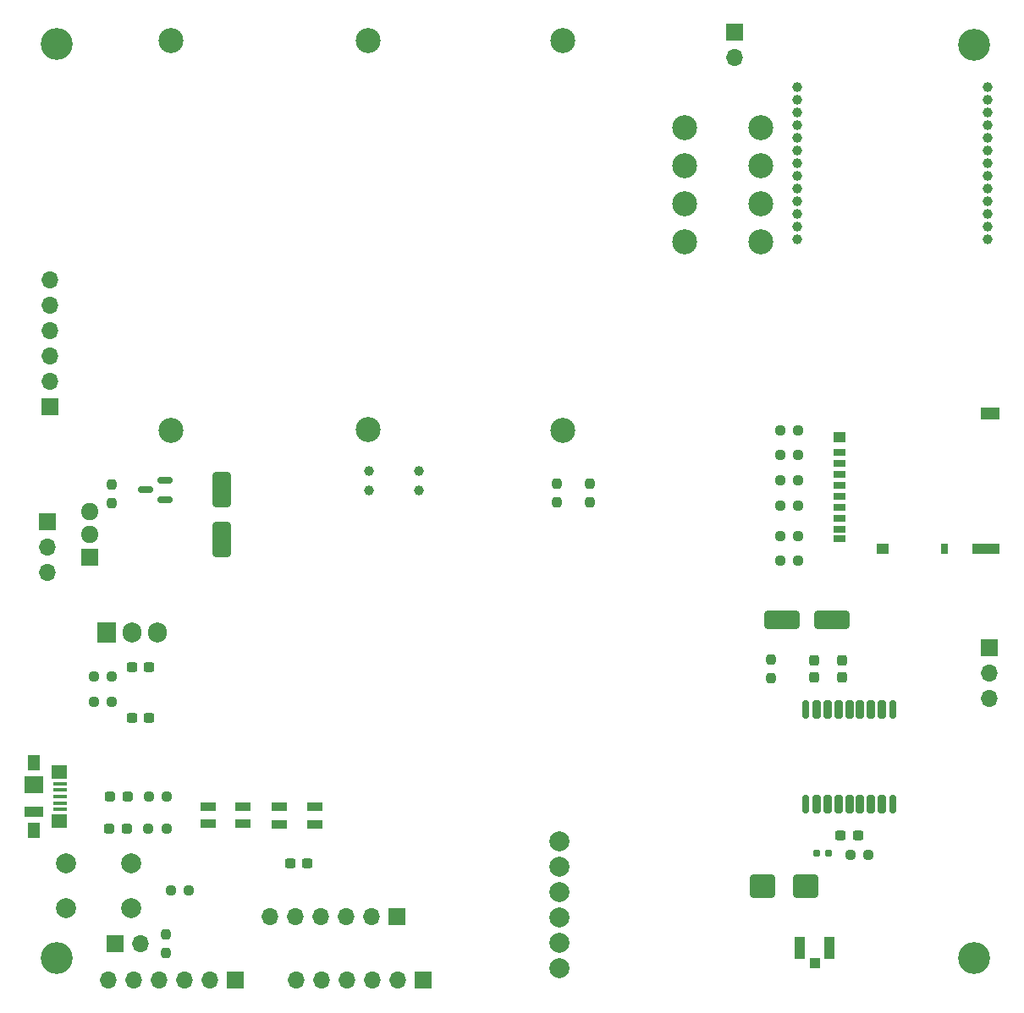
<source format=gbr>
%TF.GenerationSoftware,KiCad,Pcbnew,7.0.6*%
%TF.CreationDate,2024-04-20T19:15:45+09:00*%
%TF.ProjectId,balloon,62616c6c-6f6f-46e2-9e6b-696361645f70,rev?*%
%TF.SameCoordinates,Original*%
%TF.FileFunction,Soldermask,Top*%
%TF.FilePolarity,Negative*%
%FSLAX46Y46*%
G04 Gerber Fmt 4.6, Leading zero omitted, Abs format (unit mm)*
G04 Created by KiCad (PCBNEW 7.0.6) date 2024-04-20 19:15:45*
%MOMM*%
%LPD*%
G01*
G04 APERTURE LIST*
G04 Aperture macros list*
%AMRoundRect*
0 Rectangle with rounded corners*
0 $1 Rounding radius*
0 $2 $3 $4 $5 $6 $7 $8 $9 X,Y pos of 4 corners*
0 Add a 4 corners polygon primitive as box body*
4,1,4,$2,$3,$4,$5,$6,$7,$8,$9,$2,$3,0*
0 Add four circle primitives for the rounded corners*
1,1,$1+$1,$2,$3*
1,1,$1+$1,$4,$5*
1,1,$1+$1,$6,$7*
1,1,$1+$1,$8,$9*
0 Add four rect primitives between the rounded corners*
20,1,$1+$1,$2,$3,$4,$5,0*
20,1,$1+$1,$4,$5,$6,$7,0*
20,1,$1+$1,$6,$7,$8,$9,0*
20,1,$1+$1,$8,$9,$2,$3,0*%
G04 Aperture macros list end*
%ADD10R,1.700000X1.700000*%
%ADD11O,1.700000X1.700000*%
%ADD12C,2.000000*%
%ADD13RoundRect,0.237500X0.287500X0.237500X-0.287500X0.237500X-0.287500X-0.237500X0.287500X-0.237500X0*%
%ADD14C,1.000000*%
%ADD15R,1.200000X0.700000*%
%ADD16R,0.800000X1.000000*%
%ADD17R,1.200000X1.000000*%
%ADD18R,2.800000X1.000000*%
%ADD19R,1.900000X1.300000*%
%ADD20RoundRect,0.150000X0.587500X0.150000X-0.587500X0.150000X-0.587500X-0.150000X0.587500X-0.150000X0*%
%ADD21C,2.500000*%
%ADD22RoundRect,0.237500X-0.250000X-0.237500X0.250000X-0.237500X0.250000X0.237500X-0.250000X0.237500X0*%
%ADD23RoundRect,0.250000X0.650000X-1.500000X0.650000X1.500000X-0.650000X1.500000X-0.650000X-1.500000X0*%
%ADD24RoundRect,0.237500X0.300000X0.237500X-0.300000X0.237500X-0.300000X-0.237500X0.300000X-0.237500X0*%
%ADD25RoundRect,0.237500X0.237500X-0.250000X0.237500X0.250000X-0.237500X0.250000X-0.237500X-0.250000X0*%
%ADD26C,3.200000*%
%ADD27RoundRect,0.175000X-0.175000X0.725000X-0.175000X-0.725000X0.175000X-0.725000X0.175000X0.725000X0*%
%ADD28RoundRect,0.200000X-0.200000X0.700000X-0.200000X-0.700000X0.200000X-0.700000X0.200000X0.700000X0*%
%ADD29RoundRect,0.160000X0.197500X0.160000X-0.197500X0.160000X-0.197500X-0.160000X0.197500X-0.160000X0*%
%ADD30RoundRect,0.237500X-0.300000X-0.237500X0.300000X-0.237500X0.300000X0.237500X-0.300000X0.237500X0*%
%ADD31R,1.600000X0.850000*%
%ADD32RoundRect,0.237500X0.250000X0.237500X-0.250000X0.237500X-0.250000X-0.237500X0.250000X-0.237500X0*%
%ADD33RoundRect,0.250000X1.500000X0.650000X-1.500000X0.650000X-1.500000X-0.650000X1.500000X-0.650000X0*%
%ADD34R,1.905000X2.000000*%
%ADD35O,1.905000X2.000000*%
%ADD36RoundRect,0.237500X0.237500X-0.300000X0.237500X0.300000X-0.237500X0.300000X-0.237500X-0.300000X0*%
%ADD37RoundRect,0.237500X-0.237500X0.250000X-0.237500X-0.250000X0.237500X-0.250000X0.237500X0.250000X0*%
%ADD38RoundRect,0.250000X-1.000000X-0.900000X1.000000X-0.900000X1.000000X0.900000X-1.000000X0.900000X0*%
%ADD39R,1.380000X0.450000*%
%ADD40R,1.300000X1.650000*%
%ADD41R,1.550000X1.425000*%
%ADD42R,1.900000X1.800000*%
%ADD43R,1.900000X1.000000*%
%ADD44R,1.800000X1.714500*%
%ADD45O,1.800000X1.714500*%
%ADD46R,1.000000X1.050000*%
%ADD47R,1.050000X2.200000*%
G04 APERTURE END LIST*
D10*
%TO.C,J10*%
X121100000Y-110420000D03*
D11*
X121100000Y-112960000D03*
X121100000Y-115500000D03*
%TD*%
D12*
%TO.C,SW1*%
X28752800Y-131978400D03*
X35252800Y-131978400D03*
X28752800Y-136478400D03*
X35252800Y-136478400D03*
%TD*%
D13*
%TO.C,D3*%
X34840900Y-128482500D03*
X33090900Y-128482500D03*
%TD*%
D14*
%TO.C,Y2*%
X64040900Y-94632500D03*
X64040900Y-92732500D03*
%TD*%
D15*
%TO.C,J6*%
X106110000Y-90855000D03*
X106110000Y-91955000D03*
X106110000Y-93055000D03*
X106110000Y-94155000D03*
X106110000Y-95255000D03*
X106110000Y-96355000D03*
X106110000Y-97455000D03*
X106110000Y-98555000D03*
X106110000Y-99505000D03*
D16*
X116610000Y-100455000D03*
D17*
X110410000Y-100455000D03*
D18*
X120760000Y-100455000D03*
D17*
X106110000Y-89305000D03*
D19*
X121210000Y-86955000D03*
%TD*%
D14*
%TO.C,Y1*%
X59090900Y-94632500D03*
X59090900Y-92732500D03*
%TD*%
D20*
%TO.C,Q1*%
X38615900Y-95532500D03*
X38615900Y-93632500D03*
X36740900Y-94582500D03*
%TD*%
D21*
%TO.C,BT1*%
X39266800Y-88589600D03*
X39266800Y-49589600D03*
%TD*%
D22*
%TO.C,FB3*%
X100187500Y-93620000D03*
X102012500Y-93620000D03*
%TD*%
D23*
%TO.C,D5*%
X44340900Y-99582500D03*
X44340900Y-94582500D03*
%TD*%
D21*
%TO.C,U4*%
X90600000Y-58300000D03*
X90600000Y-62110000D03*
X90600000Y-65920000D03*
X90600000Y-69730000D03*
X98220000Y-69730000D03*
X98220000Y-65920000D03*
X98220000Y-62110000D03*
X98220000Y-58300000D03*
%TD*%
D14*
%TO.C,U6*%
X120950000Y-69520000D03*
X120950000Y-68250000D03*
X120950000Y-66980000D03*
X120950000Y-65710000D03*
X120950000Y-64440000D03*
X120950000Y-63170000D03*
X120950000Y-61900000D03*
X120950000Y-60630000D03*
X120950000Y-59360000D03*
X120950000Y-58090000D03*
X120950000Y-56820000D03*
X120950000Y-55550000D03*
X120950000Y-54280000D03*
X101900000Y-54280000D03*
X101900000Y-55550000D03*
X101900000Y-56820000D03*
X101900000Y-58090000D03*
X101900000Y-59360000D03*
X101900000Y-60630000D03*
X101900000Y-61900000D03*
X101900000Y-63170000D03*
X101900000Y-64440000D03*
X101900000Y-65710000D03*
X101900000Y-66980000D03*
X101900000Y-68250000D03*
X101900000Y-69520000D03*
%TD*%
D24*
%TO.C,C18*%
X37040900Y-117382500D03*
X35315900Y-117382500D03*
%TD*%
D25*
%TO.C,R1*%
X81140900Y-95795000D03*
X81140900Y-93970000D03*
%TD*%
D10*
%TO.C,J4*%
X33629600Y-140004800D03*
D11*
X36169600Y-140004800D03*
%TD*%
D26*
%TO.C,H3*%
X119600000Y-50000000D03*
%TD*%
D22*
%TO.C,R4*%
X39228400Y-134682500D03*
X41053400Y-134682500D03*
%TD*%
D27*
%TO.C,U11*%
X111500000Y-116550000D03*
D28*
X110400000Y-116550000D03*
X109300000Y-116550000D03*
X108200000Y-116550000D03*
X107100000Y-116550000D03*
X106000000Y-116550000D03*
X104900000Y-116550000D03*
X103800000Y-116550000D03*
D27*
X102700000Y-116550000D03*
X102700000Y-126050000D03*
D28*
X103800000Y-126050000D03*
X104900000Y-126050000D03*
X106000000Y-126050000D03*
X107100000Y-126050000D03*
X108200000Y-126050000D03*
X109300000Y-126050000D03*
X110400000Y-126050000D03*
D27*
X111500000Y-126050000D03*
%TD*%
D10*
%TO.C,J7*%
X45640000Y-143700000D03*
D11*
X43100000Y-143700000D03*
X40560000Y-143700000D03*
X38020000Y-143700000D03*
X35480000Y-143700000D03*
X32940000Y-143700000D03*
%TD*%
D22*
%TO.C,R32*%
X37003400Y-125282500D03*
X38828400Y-125282500D03*
%TD*%
D10*
%TO.C,J8*%
X95631000Y-48768000D03*
D11*
X95631000Y-51308000D03*
%TD*%
D29*
%TO.C,L1*%
X104997500Y-131000000D03*
X103802500Y-131000000D03*
%TD*%
D30*
%TO.C,C21*%
X106237500Y-129200000D03*
X107962500Y-129200000D03*
%TD*%
D22*
%TO.C,R31*%
X36953400Y-128482500D03*
X38778400Y-128482500D03*
%TD*%
D31*
%TO.C,D2*%
X42940900Y-126282500D03*
X42940900Y-128032500D03*
X46440900Y-128032500D03*
X46440900Y-126282500D03*
%TD*%
D22*
%TO.C,FB5*%
X100187500Y-99190000D03*
X102012500Y-99190000D03*
%TD*%
D32*
%TO.C,R35*%
X109012500Y-131100000D03*
X107187500Y-131100000D03*
%TD*%
D31*
%TO.C,D1*%
X50090900Y-126307500D03*
X50090900Y-128057500D03*
X53590900Y-128057500D03*
X53590900Y-126307500D03*
%TD*%
D21*
%TO.C,BT3*%
X78459000Y-88589600D03*
X78459000Y-49589600D03*
%TD*%
D22*
%TO.C,FB1*%
X100187500Y-88600000D03*
X102012500Y-88600000D03*
%TD*%
D10*
%TO.C,SW2*%
X26840900Y-97782500D03*
D11*
X26840900Y-100322500D03*
X26840900Y-102862500D03*
%TD*%
D22*
%TO.C,FB6*%
X100187500Y-101700000D03*
X102012500Y-101700000D03*
%TD*%
D21*
%TO.C,BT2*%
X58955000Y-49586400D03*
X58955000Y-88586400D03*
%TD*%
D12*
%TO.C,U3*%
X78090000Y-129750000D03*
X78090000Y-132290000D03*
X78090000Y-134830000D03*
X78090000Y-137370000D03*
X78090000Y-139910000D03*
X78090000Y-142450000D03*
%TD*%
D22*
%TO.C,FB4*%
X100187500Y-96130000D03*
X102012500Y-96130000D03*
%TD*%
D33*
%TO.C,D7*%
X105380000Y-107600000D03*
X100380000Y-107600000D03*
%TD*%
D34*
%TO.C,U7*%
X32800900Y-108827500D03*
D35*
X35340900Y-108827500D03*
X37880900Y-108827500D03*
%TD*%
D10*
%TO.C,J2*%
X61850000Y-137300000D03*
D11*
X59310000Y-137300000D03*
X56770000Y-137300000D03*
X54230000Y-137300000D03*
X51690000Y-137300000D03*
X49150000Y-137300000D03*
%TD*%
D26*
%TO.C,H2*%
X27800000Y-141500000D03*
%TD*%
D22*
%TO.C,R33*%
X31515900Y-113282500D03*
X33340900Y-113282500D03*
%TD*%
D26*
%TO.C,H1*%
X27800000Y-49900000D03*
%TD*%
D36*
%TO.C,C22*%
X103580000Y-113362500D03*
X103580000Y-111637500D03*
%TD*%
D30*
%TO.C,C2*%
X51137500Y-132000000D03*
X52862500Y-132000000D03*
%TD*%
D24*
%TO.C,C20*%
X37040900Y-112362500D03*
X35315900Y-112362500D03*
%TD*%
D26*
%TO.C,H4*%
X119600000Y-141500000D03*
%TD*%
D13*
%TO.C,D4*%
X34890900Y-125282500D03*
X33140900Y-125282500D03*
%TD*%
D10*
%TO.C,J3*%
X64440000Y-143700000D03*
D11*
X61900000Y-143700000D03*
X59360000Y-143700000D03*
X56820000Y-143700000D03*
X54280000Y-143700000D03*
X51740000Y-143700000D03*
%TD*%
D37*
%TO.C,R36*%
X99280000Y-111587500D03*
X99280000Y-113412500D03*
%TD*%
D38*
%TO.C,D6*%
X98450000Y-134300000D03*
X102750000Y-134300000D03*
%TD*%
D25*
%TO.C,R3*%
X38760400Y-140917300D03*
X38760400Y-139092300D03*
%TD*%
D39*
%TO.C,J1*%
X28187000Y-123995000D03*
X28187000Y-124645000D03*
X28187000Y-125295000D03*
X28187000Y-125945000D03*
X28187000Y-126595000D03*
D40*
X25527000Y-121920000D03*
D41*
X28102000Y-122807500D03*
D42*
X25527000Y-124145000D03*
D43*
X25527000Y-126845000D03*
D41*
X28102000Y-127782500D03*
D40*
X25527000Y-128670000D03*
%TD*%
D22*
%TO.C,FB2*%
X100187500Y-91110000D03*
X102012500Y-91110000D03*
%TD*%
D10*
%TO.C,J5*%
X27100000Y-86260000D03*
D11*
X27100000Y-83720000D03*
X27100000Y-81180000D03*
X27100000Y-78640000D03*
X27100000Y-76100000D03*
X27100000Y-73560000D03*
%TD*%
D37*
%TO.C,R28*%
X33340900Y-94070000D03*
X33340900Y-95895000D03*
%TD*%
D44*
%TO.C,Q2*%
X31115000Y-101346000D03*
D45*
X31115000Y-99060000D03*
X31115000Y-96774000D03*
%TD*%
D46*
%TO.C,J9*%
X103660000Y-141990000D03*
D47*
X102185000Y-140465000D03*
X105135000Y-140465000D03*
%TD*%
D25*
%TO.C,R2*%
X77840900Y-95795000D03*
X77840900Y-93970000D03*
%TD*%
D22*
%TO.C,R34*%
X31515900Y-115792500D03*
X33340900Y-115792500D03*
%TD*%
D36*
%TO.C,C23*%
X106380000Y-113362500D03*
X106380000Y-111637500D03*
%TD*%
M02*

</source>
